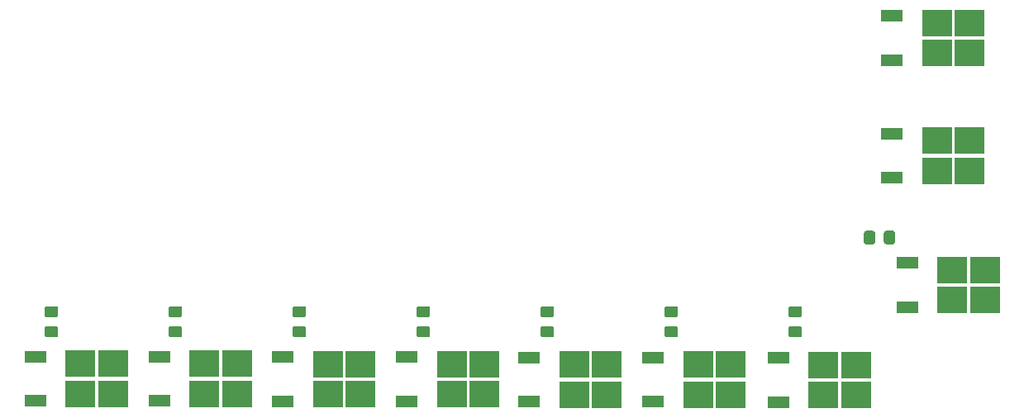
<source format=gbr>
G04 #@! TF.GenerationSoftware,KiCad,Pcbnew,5.1.10-88a1d61d58~88~ubuntu20.04.1*
G04 #@! TF.CreationDate,2021-07-01T12:33:08+02:00*
G04 #@! TF.ProjectId,chamber-board,6368616d-6265-4722-9d62-6f6172642e6b,rev?*
G04 #@! TF.SameCoordinates,Original*
G04 #@! TF.FileFunction,Paste,Top*
G04 #@! TF.FilePolarity,Positive*
%FSLAX46Y46*%
G04 Gerber Fmt 4.6, Leading zero omitted, Abs format (unit mm)*
G04 Created by KiCad (PCBNEW 5.1.10-88a1d61d58~88~ubuntu20.04.1) date 2021-07-01 12:33:08*
%MOMM*%
%LPD*%
G01*
G04 APERTURE LIST*
%ADD10R,3.050000X2.750000*%
%ADD11R,2.200000X1.200000*%
G04 APERTURE END LIST*
D10*
X200450000Y-77090000D03*
X203800000Y-74040000D03*
X200450000Y-74040000D03*
X203800000Y-77090000D03*
D11*
X195825000Y-77845000D03*
X195825000Y-73285000D03*
X158676052Y-108294337D03*
X158676052Y-112854337D03*
D10*
X166651052Y-112099337D03*
X163301052Y-109049337D03*
X166651052Y-109049337D03*
X163301052Y-112099337D03*
X150758253Y-112082625D03*
X154108253Y-109032625D03*
X150758253Y-109032625D03*
X154108253Y-112082625D03*
D11*
X146133253Y-112837625D03*
X146133253Y-108277625D03*
X133433253Y-108277625D03*
X133433253Y-112837625D03*
D10*
X141408253Y-112082625D03*
X138058253Y-109032625D03*
X141408253Y-109032625D03*
X138058253Y-112082625D03*
X202034012Y-102399528D03*
X205384012Y-99349528D03*
X202034012Y-99349528D03*
X205384012Y-102399528D03*
D11*
X197409012Y-103154528D03*
X197409012Y-98594528D03*
X184201012Y-108310028D03*
X184201012Y-112870028D03*
D10*
X192176012Y-112115028D03*
X188826012Y-109065028D03*
X192176012Y-109065028D03*
X188826012Y-112115028D03*
X176001052Y-112099337D03*
X179351052Y-109049337D03*
X176001052Y-109049337D03*
X179351052Y-112099337D03*
D11*
X171376052Y-112854337D03*
X171376052Y-108294337D03*
X195825000Y-85350000D03*
X195825000Y-89910000D03*
D10*
X203800000Y-89155000D03*
X200450000Y-86105000D03*
X203800000Y-86105000D03*
X200450000Y-89155000D03*
X125393000Y-112015000D03*
X128743000Y-108965000D03*
X125393000Y-108965000D03*
X128743000Y-112015000D03*
D11*
X120768000Y-112770000D03*
X120768000Y-108210000D03*
X108068000Y-108210000D03*
X108068000Y-112770000D03*
D10*
X116043000Y-112015000D03*
X112693000Y-108965000D03*
X116043000Y-108965000D03*
X112693000Y-112015000D03*
G36*
G01*
X109277999Y-105098000D02*
X110178001Y-105098000D01*
G75*
G02*
X110428000Y-105347999I0J-249999D01*
G01*
X110428000Y-105998001D01*
G75*
G02*
X110178001Y-106248000I-249999J0D01*
G01*
X109277999Y-106248000D01*
G75*
G02*
X109028000Y-105998001I0J249999D01*
G01*
X109028000Y-105347999D01*
G75*
G02*
X109277999Y-105098000I249999J0D01*
G01*
G37*
G36*
G01*
X109277999Y-103048000D02*
X110178001Y-103048000D01*
G75*
G02*
X110428000Y-103297999I0J-249999D01*
G01*
X110428000Y-103948001D01*
G75*
G02*
X110178001Y-104198000I-249999J0D01*
G01*
X109277999Y-104198000D01*
G75*
G02*
X109028000Y-103948001I0J249999D01*
G01*
X109028000Y-103297999D01*
G75*
G02*
X109277999Y-103048000I249999J0D01*
G01*
G37*
G36*
G01*
X121977999Y-103048000D02*
X122878001Y-103048000D01*
G75*
G02*
X123128000Y-103297999I0J-249999D01*
G01*
X123128000Y-103948001D01*
G75*
G02*
X122878001Y-104198000I-249999J0D01*
G01*
X121977999Y-104198000D01*
G75*
G02*
X121728000Y-103948001I0J249999D01*
G01*
X121728000Y-103297999D01*
G75*
G02*
X121977999Y-103048000I249999J0D01*
G01*
G37*
G36*
G01*
X121977999Y-105098000D02*
X122878001Y-105098000D01*
G75*
G02*
X123128000Y-105347999I0J-249999D01*
G01*
X123128000Y-105998001D01*
G75*
G02*
X122878001Y-106248000I-249999J0D01*
G01*
X121977999Y-106248000D01*
G75*
G02*
X121728000Y-105998001I0J249999D01*
G01*
X121728000Y-105347999D01*
G75*
G02*
X121977999Y-105098000I249999J0D01*
G01*
G37*
G36*
G01*
X134677999Y-105098000D02*
X135578001Y-105098000D01*
G75*
G02*
X135828000Y-105347999I0J-249999D01*
G01*
X135828000Y-105998001D01*
G75*
G02*
X135578001Y-106248000I-249999J0D01*
G01*
X134677999Y-106248000D01*
G75*
G02*
X134428000Y-105998001I0J249999D01*
G01*
X134428000Y-105347999D01*
G75*
G02*
X134677999Y-105098000I249999J0D01*
G01*
G37*
G36*
G01*
X134677999Y-103048000D02*
X135578001Y-103048000D01*
G75*
G02*
X135828000Y-103297999I0J-249999D01*
G01*
X135828000Y-103948001D01*
G75*
G02*
X135578001Y-104198000I-249999J0D01*
G01*
X134677999Y-104198000D01*
G75*
G02*
X134428000Y-103948001I0J249999D01*
G01*
X134428000Y-103297999D01*
G75*
G02*
X134677999Y-103048000I249999J0D01*
G01*
G37*
G36*
G01*
X192964000Y-96462001D02*
X192964000Y-95561999D01*
G75*
G02*
X193213999Y-95312000I249999J0D01*
G01*
X193864001Y-95312000D01*
G75*
G02*
X194114000Y-95561999I0J-249999D01*
G01*
X194114000Y-96462001D01*
G75*
G02*
X193864001Y-96712000I-249999J0D01*
G01*
X193213999Y-96712000D01*
G75*
G02*
X192964000Y-96462001I0J249999D01*
G01*
G37*
G36*
G01*
X195014000Y-96462001D02*
X195014000Y-95561999D01*
G75*
G02*
X195263999Y-95312000I249999J0D01*
G01*
X195914001Y-95312000D01*
G75*
G02*
X196164000Y-95561999I0J-249999D01*
G01*
X196164000Y-96462001D01*
G75*
G02*
X195914001Y-96712000I-249999J0D01*
G01*
X195263999Y-96712000D01*
G75*
G02*
X195014000Y-96462001I0J249999D01*
G01*
G37*
G36*
G01*
X185477999Y-105098000D02*
X186378001Y-105098000D01*
G75*
G02*
X186628000Y-105347999I0J-249999D01*
G01*
X186628000Y-105998001D01*
G75*
G02*
X186378001Y-106248000I-249999J0D01*
G01*
X185477999Y-106248000D01*
G75*
G02*
X185228000Y-105998001I0J249999D01*
G01*
X185228000Y-105347999D01*
G75*
G02*
X185477999Y-105098000I249999J0D01*
G01*
G37*
G36*
G01*
X185477999Y-103048000D02*
X186378001Y-103048000D01*
G75*
G02*
X186628000Y-103297999I0J-249999D01*
G01*
X186628000Y-103948001D01*
G75*
G02*
X186378001Y-104198000I-249999J0D01*
G01*
X185477999Y-104198000D01*
G75*
G02*
X185228000Y-103948001I0J249999D01*
G01*
X185228000Y-103297999D01*
G75*
G02*
X185477999Y-103048000I249999J0D01*
G01*
G37*
G36*
G01*
X172777999Y-103048000D02*
X173678001Y-103048000D01*
G75*
G02*
X173928000Y-103297999I0J-249999D01*
G01*
X173928000Y-103948001D01*
G75*
G02*
X173678001Y-104198000I-249999J0D01*
G01*
X172777999Y-104198000D01*
G75*
G02*
X172528000Y-103948001I0J249999D01*
G01*
X172528000Y-103297999D01*
G75*
G02*
X172777999Y-103048000I249999J0D01*
G01*
G37*
G36*
G01*
X172777999Y-105098000D02*
X173678001Y-105098000D01*
G75*
G02*
X173928000Y-105347999I0J-249999D01*
G01*
X173928000Y-105998001D01*
G75*
G02*
X173678001Y-106248000I-249999J0D01*
G01*
X172777999Y-106248000D01*
G75*
G02*
X172528000Y-105998001I0J249999D01*
G01*
X172528000Y-105347999D01*
G75*
G02*
X172777999Y-105098000I249999J0D01*
G01*
G37*
G36*
G01*
X147377999Y-105098000D02*
X148278001Y-105098000D01*
G75*
G02*
X148528000Y-105347999I0J-249999D01*
G01*
X148528000Y-105998001D01*
G75*
G02*
X148278001Y-106248000I-249999J0D01*
G01*
X147377999Y-106248000D01*
G75*
G02*
X147128000Y-105998001I0J249999D01*
G01*
X147128000Y-105347999D01*
G75*
G02*
X147377999Y-105098000I249999J0D01*
G01*
G37*
G36*
G01*
X147377999Y-103048000D02*
X148278001Y-103048000D01*
G75*
G02*
X148528000Y-103297999I0J-249999D01*
G01*
X148528000Y-103948001D01*
G75*
G02*
X148278001Y-104198000I-249999J0D01*
G01*
X147377999Y-104198000D01*
G75*
G02*
X147128000Y-103948001I0J249999D01*
G01*
X147128000Y-103297999D01*
G75*
G02*
X147377999Y-103048000I249999J0D01*
G01*
G37*
G36*
G01*
X160077999Y-103048000D02*
X160978001Y-103048000D01*
G75*
G02*
X161228000Y-103297999I0J-249999D01*
G01*
X161228000Y-103948001D01*
G75*
G02*
X160978001Y-104198000I-249999J0D01*
G01*
X160077999Y-104198000D01*
G75*
G02*
X159828000Y-103948001I0J249999D01*
G01*
X159828000Y-103297999D01*
G75*
G02*
X160077999Y-103048000I249999J0D01*
G01*
G37*
G36*
G01*
X160077999Y-105098000D02*
X160978001Y-105098000D01*
G75*
G02*
X161228000Y-105347999I0J-249999D01*
G01*
X161228000Y-105998001D01*
G75*
G02*
X160978001Y-106248000I-249999J0D01*
G01*
X160077999Y-106248000D01*
G75*
G02*
X159828000Y-105998001I0J249999D01*
G01*
X159828000Y-105347999D01*
G75*
G02*
X160077999Y-105098000I249999J0D01*
G01*
G37*
M02*

</source>
